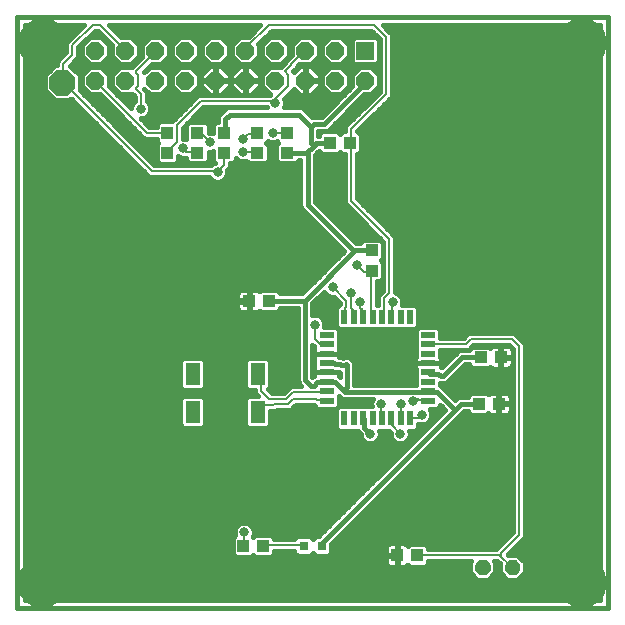
<source format=gtl>
G75*
%MOIN*%
%OFA0B0*%
%FSLAX25Y25*%
%IPPOS*%
%LPD*%
%AMOC8*
5,1,8,0,0,1.08239X$1,22.5*
%
%ADD10C,0.01600*%
%ADD11R,0.03937X0.04331*%
%ADD12R,0.04331X0.03937*%
%ADD13R,0.05118X0.07480*%
%ADD14R,0.03150X0.03150*%
%ADD15R,0.06000X0.06000*%
%ADD16OC8,0.06000*%
%ADD17R,0.05000X0.02200*%
%ADD18R,0.02200X0.05000*%
%ADD19C,0.01040*%
%ADD20OC8,0.08500*%
%ADD21C,0.16598*%
%ADD22C,0.03169*%
%ADD23C,0.00800*%
D10*
X0001800Y0005476D02*
X0198650Y0005476D01*
X0198650Y0202327D01*
X0001800Y0202327D01*
X0001800Y0005476D01*
X0004400Y0008076D02*
X0004400Y0199727D01*
X0024022Y0199727D01*
X0019372Y0195076D01*
X0018200Y0193905D01*
X0018200Y0190705D01*
X0016172Y0188676D01*
X0015000Y0187505D01*
X0015000Y0186326D01*
X0014377Y0186326D01*
X0010950Y0182899D01*
X0010950Y0178053D01*
X0014377Y0174626D01*
X0019223Y0174626D01*
X0019722Y0175125D01*
X0045772Y0149076D01*
X0065816Y0149076D01*
X0065901Y0148873D01*
X0066796Y0147977D01*
X0067967Y0147492D01*
X0069233Y0147492D01*
X0070404Y0147977D01*
X0071299Y0148873D01*
X0071784Y0150043D01*
X0071784Y0151310D01*
X0071748Y0151396D01*
X0072600Y0152248D01*
X0072600Y0153561D01*
X0073604Y0153561D01*
X0074542Y0154499D01*
X0074542Y0155431D01*
X0075196Y0154777D01*
X0076367Y0154292D01*
X0077633Y0154292D01*
X0078063Y0154470D01*
X0078972Y0153561D01*
X0084628Y0153561D01*
X0085565Y0154499D01*
X0085565Y0159761D01*
X0084850Y0160476D01*
X0085447Y0161073D01*
X0086367Y0160692D01*
X0087633Y0160692D01*
X0088270Y0160956D01*
X0088750Y0160476D01*
X0088035Y0159761D01*
X0088035Y0154499D01*
X0088972Y0153561D01*
X0094628Y0153561D01*
X0095565Y0154499D01*
X0095565Y0154676D01*
X0096200Y0154676D01*
X0096200Y0139399D01*
X0096565Y0138517D01*
X0097241Y0137842D01*
X0110806Y0124276D01*
X0096806Y0110276D01*
X0089534Y0110276D01*
X0089534Y0110346D01*
X0088597Y0111283D01*
X0082941Y0111283D01*
X0082564Y0110906D01*
X0082346Y0111123D01*
X0081936Y0111360D01*
X0081478Y0111483D01*
X0079260Y0111483D01*
X0079260Y0107899D01*
X0078892Y0107899D01*
X0078892Y0111483D01*
X0076674Y0111483D01*
X0076216Y0111360D01*
X0075805Y0111123D01*
X0075470Y0110788D01*
X0075233Y0110378D01*
X0075110Y0109920D01*
X0075110Y0107899D01*
X0078892Y0107899D01*
X0078892Y0107530D01*
X0079260Y0107530D01*
X0079260Y0103946D01*
X0081478Y0103946D01*
X0081936Y0104069D01*
X0082346Y0104306D01*
X0082564Y0104523D01*
X0082941Y0104146D01*
X0088597Y0104146D01*
X0089534Y0105083D01*
X0089534Y0105476D01*
X0095400Y0105476D01*
X0095400Y0080999D01*
X0095765Y0080117D01*
X0096406Y0079476D01*
X0092972Y0079476D01*
X0090572Y0077076D01*
X0086628Y0077076D01*
X0085430Y0078274D01*
X0086078Y0078922D01*
X0086078Y0087728D01*
X0085140Y0088665D01*
X0078697Y0088665D01*
X0077759Y0087728D01*
X0077759Y0078922D01*
X0078697Y0077984D01*
X0081000Y0077984D01*
X0081000Y0077048D01*
X0081981Y0076066D01*
X0078697Y0076066D01*
X0077759Y0075129D01*
X0077759Y0066323D01*
X0078697Y0065386D01*
X0085140Y0065386D01*
X0086078Y0066323D01*
X0086078Y0071076D01*
X0087828Y0071076D01*
X0088228Y0071476D01*
X0093028Y0071476D01*
X0094200Y0072648D01*
X0094628Y0073076D01*
X0100572Y0073076D01*
X0100800Y0072848D01*
X0100800Y0072690D01*
X0101737Y0071753D01*
X0108063Y0071753D01*
X0109000Y0072690D01*
X0109000Y0076082D01*
X0109641Y0075442D01*
X0110523Y0075076D01*
X0120216Y0075076D01*
X0119816Y0074110D01*
X0119816Y0072843D01*
X0119885Y0072676D01*
X0109014Y0072676D01*
X0108076Y0071739D01*
X0108076Y0065414D01*
X0109014Y0064476D01*
X0115216Y0064476D01*
X0115365Y0064117D01*
X0116216Y0063266D01*
X0116216Y0062843D01*
X0116701Y0061673D01*
X0117596Y0060777D01*
X0118767Y0060292D01*
X0120033Y0060292D01*
X0121204Y0060777D01*
X0122099Y0061673D01*
X0122584Y0062843D01*
X0122584Y0064110D01*
X0122432Y0064476D01*
X0125572Y0064476D01*
X0126216Y0063832D01*
X0126216Y0062843D01*
X0126701Y0061673D01*
X0127596Y0060777D01*
X0128767Y0060292D01*
X0130033Y0060292D01*
X0131204Y0060777D01*
X0132099Y0061673D01*
X0132584Y0062843D01*
X0132584Y0064110D01*
X0132432Y0064476D01*
X0134586Y0064476D01*
X0135524Y0065414D01*
X0135524Y0066676D01*
X0136228Y0066676D01*
X0136244Y0066692D01*
X0137233Y0066692D01*
X0138404Y0067177D01*
X0139299Y0068073D01*
X0139784Y0069243D01*
X0139784Y0070510D01*
X0139299Y0071680D01*
X0139227Y0071753D01*
X0141863Y0071753D01*
X0142800Y0072690D01*
X0142800Y0073082D01*
X0144406Y0071476D01*
X0102152Y0029222D01*
X0100999Y0029222D01*
X0100284Y0028507D01*
X0099569Y0029222D01*
X0095094Y0029222D01*
X0094157Y0028285D01*
X0094157Y0028276D01*
X0087369Y0028276D01*
X0087369Y0028875D01*
X0086432Y0029812D01*
X0081169Y0029812D01*
X0080454Y0029097D01*
X0080269Y0029282D01*
X0080584Y0030043D01*
X0080584Y0031310D01*
X0080099Y0032480D01*
X0079204Y0033376D01*
X0078033Y0033860D01*
X0076767Y0033860D01*
X0075596Y0033376D01*
X0074701Y0032480D01*
X0074216Y0031310D01*
X0074216Y0030043D01*
X0074360Y0029696D01*
X0073539Y0028875D01*
X0073539Y0023219D01*
X0074476Y0022282D01*
X0079739Y0022282D01*
X0080454Y0022997D01*
X0081169Y0022282D01*
X0086432Y0022282D01*
X0087369Y0023219D01*
X0087369Y0024276D01*
X0094157Y0024276D01*
X0094157Y0023810D01*
X0095094Y0022872D01*
X0099569Y0022872D01*
X0100284Y0023588D01*
X0100999Y0022872D01*
X0105475Y0022872D01*
X0106412Y0023810D01*
X0106412Y0026694D01*
X0149159Y0069442D01*
X0149835Y0070117D01*
X0150794Y0071076D01*
X0151891Y0071076D01*
X0151891Y0070793D01*
X0152828Y0069855D01*
X0158484Y0069855D01*
X0158861Y0070232D01*
X0159078Y0070015D01*
X0159489Y0069778D01*
X0159946Y0069655D01*
X0162164Y0069655D01*
X0162164Y0073240D01*
X0162533Y0073240D01*
X0162533Y0073608D01*
X0166314Y0073608D01*
X0166314Y0075629D01*
X0166191Y0076087D01*
X0165954Y0076498D01*
X0165619Y0076833D01*
X0165209Y0077070D01*
X0164751Y0077192D01*
X0162533Y0077192D01*
X0162533Y0073608D01*
X0162164Y0073608D01*
X0162164Y0077192D01*
X0159946Y0077192D01*
X0159489Y0077070D01*
X0159078Y0076833D01*
X0158861Y0076615D01*
X0158484Y0076992D01*
X0152828Y0076992D01*
X0151891Y0076055D01*
X0151891Y0075876D01*
X0149323Y0075876D01*
X0148441Y0075511D01*
X0147800Y0074870D01*
X0143159Y0079511D01*
X0142800Y0079660D01*
X0142800Y0080276D01*
X0144277Y0080276D01*
X0145159Y0080642D01*
X0145835Y0081317D01*
X0151194Y0086676D01*
X0152483Y0086676D01*
X0152483Y0086270D01*
X0153421Y0085333D01*
X0159077Y0085333D01*
X0159454Y0085710D01*
X0159671Y0085493D01*
X0160082Y0085256D01*
X0160539Y0085133D01*
X0162757Y0085133D01*
X0162757Y0088717D01*
X0163126Y0088717D01*
X0163126Y0085133D01*
X0165344Y0085133D01*
X0165802Y0085256D01*
X0166212Y0085493D01*
X0166547Y0085828D01*
X0166784Y0086238D01*
X0166907Y0086696D01*
X0166907Y0088717D01*
X0163126Y0088717D01*
X0163126Y0089086D01*
X0162757Y0089086D01*
X0162757Y0092670D01*
X0160539Y0092670D01*
X0160082Y0092547D01*
X0159671Y0092310D01*
X0159454Y0092093D01*
X0159077Y0092470D01*
X0153421Y0092470D01*
X0152483Y0091533D01*
X0152483Y0091476D01*
X0149723Y0091476D01*
X0148841Y0091111D01*
X0143334Y0085604D01*
X0143000Y0085743D01*
X0143000Y0087051D01*
X0138700Y0087051D01*
X0138700Y0087051D01*
X0134400Y0087051D01*
X0134400Y0085714D01*
X0134523Y0085256D01*
X0134600Y0085122D01*
X0134600Y0079876D01*
X0114200Y0079876D01*
X0114200Y0086754D01*
X0113835Y0087636D01*
X0113159Y0088311D01*
X0112759Y0088711D01*
X0111877Y0089076D01*
X0110923Y0089076D01*
X0110400Y0088860D01*
X0109877Y0089076D01*
X0109200Y0089076D01*
X0109200Y0090201D01*
X0109200Y0091538D01*
X0109077Y0091995D01*
X0109000Y0092129D01*
X0109000Y0098263D01*
X0108063Y0099200D01*
X0104166Y0099200D01*
X0104184Y0099243D01*
X0104184Y0100510D01*
X0103699Y0101680D01*
X0102804Y0102576D01*
X0101633Y0103060D01*
X0100367Y0103060D01*
X0100200Y0102991D01*
X0100200Y0106882D01*
X0104151Y0110833D01*
X0104301Y0110473D01*
X0105196Y0109577D01*
X0106367Y0109092D01*
X0107356Y0109092D01*
X0109400Y0107048D01*
X0109400Y0106705D01*
X0109172Y0106476D01*
X0109014Y0106476D01*
X0108076Y0105539D01*
X0108076Y0099214D01*
X0109014Y0098276D01*
X0134586Y0098276D01*
X0135524Y0099214D01*
X0135524Y0105539D01*
X0134586Y0106476D01*
X0130032Y0106476D01*
X0130184Y0106843D01*
X0130184Y0108110D01*
X0129699Y0109280D01*
X0128804Y0110176D01*
X0127800Y0110591D01*
X0127800Y0129105D01*
X0126628Y0130276D01*
X0115000Y0141905D01*
X0115000Y0156711D01*
X0115278Y0156711D01*
X0116215Y0157648D01*
X0116215Y0163304D01*
X0115278Y0164242D01*
X0115000Y0164242D01*
X0115000Y0164248D01*
X0126600Y0175848D01*
X0126600Y0196705D01*
X0125428Y0197876D01*
X0123578Y0199727D01*
X0196050Y0199727D01*
X0196050Y0008076D01*
X0004400Y0008076D01*
X0004400Y0008673D02*
X0196050Y0008673D01*
X0196050Y0010272D02*
X0004400Y0010272D01*
X0004400Y0011870D02*
X0196050Y0011870D01*
X0196050Y0013469D02*
X0004400Y0013469D01*
X0004400Y0015067D02*
X0154804Y0015067D01*
X0155111Y0014761D02*
X0158590Y0014761D01*
X0161050Y0017221D01*
X0161050Y0020700D01*
X0160674Y0021076D01*
X0161772Y0021076D01*
X0161972Y0020876D01*
X0162550Y0020298D01*
X0162550Y0017221D01*
X0165010Y0014761D01*
X0168489Y0014761D01*
X0170950Y0017221D01*
X0170950Y0020700D01*
X0168489Y0023160D01*
X0165344Y0023160D01*
X0165228Y0023276D01*
X0171000Y0029048D01*
X0171000Y0093505D01*
X0169828Y0094676D01*
X0167428Y0097076D01*
X0152172Y0097076D01*
X0151000Y0095905D01*
X0150572Y0095476D01*
X0142800Y0095476D01*
X0142800Y0098263D01*
X0141863Y0099200D01*
X0135537Y0099200D01*
X0134600Y0098263D01*
X0134600Y0088980D01*
X0134523Y0088846D01*
X0134400Y0088388D01*
X0134400Y0087051D01*
X0138700Y0087051D01*
X0138700Y0087051D01*
X0143000Y0087051D01*
X0143000Y0088388D01*
X0142877Y0088846D01*
X0142800Y0088980D01*
X0142800Y0091476D01*
X0152228Y0091476D01*
X0153828Y0093076D01*
X0165772Y0093076D01*
X0167000Y0091848D01*
X0167000Y0030705D01*
X0161372Y0025076D01*
X0138715Y0025076D01*
X0138715Y0025804D01*
X0137778Y0026742D01*
X0132515Y0026742D01*
X0131920Y0026147D01*
X0131862Y0026247D01*
X0131527Y0026582D01*
X0131117Y0026819D01*
X0130659Y0026942D01*
X0128638Y0026942D01*
X0128638Y0023161D01*
X0128269Y0023161D01*
X0128269Y0026942D01*
X0126248Y0026942D01*
X0125790Y0026819D01*
X0125380Y0026582D01*
X0125045Y0026247D01*
X0124808Y0025836D01*
X0124685Y0025379D01*
X0124685Y0023161D01*
X0128269Y0023161D01*
X0128269Y0022792D01*
X0124685Y0022792D01*
X0124685Y0020574D01*
X0124808Y0020116D01*
X0125045Y0019706D01*
X0125380Y0019371D01*
X0125790Y0019134D01*
X0126248Y0019011D01*
X0128269Y0019011D01*
X0128269Y0022792D01*
X0128638Y0022792D01*
X0128638Y0019011D01*
X0130659Y0019011D01*
X0131117Y0019134D01*
X0131527Y0019371D01*
X0131862Y0019706D01*
X0131920Y0019806D01*
X0132515Y0019211D01*
X0137778Y0019211D01*
X0138715Y0020148D01*
X0138715Y0021076D01*
X0153026Y0021076D01*
X0152650Y0020700D01*
X0152650Y0017221D01*
X0155111Y0014761D01*
X0153205Y0016666D02*
X0004400Y0016666D01*
X0004400Y0018264D02*
X0152650Y0018264D01*
X0152650Y0019863D02*
X0138430Y0019863D01*
X0138262Y0026257D02*
X0162552Y0026257D01*
X0164151Y0027855D02*
X0107573Y0027855D01*
X0106412Y0026257D02*
X0125055Y0026257D01*
X0124685Y0024658D02*
X0106412Y0024658D01*
X0105662Y0023060D02*
X0128269Y0023060D01*
X0128269Y0024658D02*
X0128638Y0024658D01*
X0128638Y0026257D02*
X0128269Y0026257D01*
X0131852Y0026257D02*
X0132031Y0026257D01*
X0128638Y0021461D02*
X0128269Y0021461D01*
X0128269Y0019863D02*
X0128638Y0019863D01*
X0124954Y0019863D02*
X0004400Y0019863D01*
X0004400Y0021461D02*
X0124685Y0021461D01*
X0112369Y0032651D02*
X0167000Y0032651D01*
X0167000Y0034249D02*
X0113967Y0034249D01*
X0115566Y0035848D02*
X0167000Y0035848D01*
X0167000Y0037446D02*
X0117164Y0037446D01*
X0118763Y0039045D02*
X0167000Y0039045D01*
X0167000Y0040644D02*
X0120361Y0040644D01*
X0121960Y0042242D02*
X0167000Y0042242D01*
X0167000Y0043841D02*
X0123558Y0043841D01*
X0125157Y0045439D02*
X0167000Y0045439D01*
X0167000Y0047038D02*
X0126755Y0047038D01*
X0128354Y0048636D02*
X0167000Y0048636D01*
X0167000Y0050235D02*
X0129952Y0050235D01*
X0131551Y0051833D02*
X0167000Y0051833D01*
X0167000Y0053432D02*
X0133149Y0053432D01*
X0134748Y0055030D02*
X0167000Y0055030D01*
X0167000Y0056629D02*
X0136346Y0056629D01*
X0137945Y0058227D02*
X0167000Y0058227D01*
X0167000Y0059826D02*
X0139543Y0059826D01*
X0141142Y0061424D02*
X0167000Y0061424D01*
X0167000Y0063023D02*
X0142741Y0063023D01*
X0144339Y0064621D02*
X0167000Y0064621D01*
X0167000Y0066220D02*
X0145938Y0066220D01*
X0147536Y0067818D02*
X0167000Y0067818D01*
X0167000Y0069417D02*
X0149135Y0069417D01*
X0150733Y0071015D02*
X0151891Y0071015D01*
X0149800Y0073476D02*
X0155400Y0073476D01*
X0155656Y0073424D01*
X0149800Y0073476D02*
X0147800Y0071476D01*
X0141800Y0077476D01*
X0139000Y0077476D01*
X0138700Y0077602D01*
X0138200Y0077476D01*
X0111000Y0077476D01*
X0110600Y0077876D01*
X0111800Y0079076D01*
X0111800Y0086276D01*
X0111400Y0086676D01*
X0111000Y0086276D01*
X0109800Y0086276D01*
X0109400Y0086676D01*
X0107800Y0086676D01*
X0107400Y0087076D01*
X0105000Y0087076D01*
X0104900Y0087051D01*
X0104900Y0083902D02*
X0104900Y0083901D01*
X0100600Y0083901D01*
X0100600Y0082777D01*
X0100441Y0082711D01*
X0100200Y0082470D01*
X0100200Y0082470D01*
X0100200Y0093048D01*
X0100600Y0092648D01*
X0100800Y0092448D01*
X0100800Y0092129D01*
X0100723Y0091995D01*
X0100600Y0091538D01*
X0100600Y0090201D01*
X0104900Y0090201D01*
X0104900Y0090201D01*
X0109200Y0090201D01*
X0104900Y0090201D01*
X0104900Y0090201D01*
X0100600Y0090201D01*
X0100600Y0088864D01*
X0100723Y0088406D01*
X0100800Y0088272D01*
X0100800Y0085830D01*
X0100723Y0085696D01*
X0100600Y0085238D01*
X0100600Y0083902D01*
X0104900Y0083902D01*
X0109200Y0083902D01*
X0109200Y0083927D01*
X0109323Y0083876D01*
X0109400Y0083876D01*
X0109400Y0082470D01*
X0109200Y0082670D01*
X0109200Y0083901D01*
X0104900Y0083901D01*
X0104900Y0083902D01*
X0104900Y0080752D02*
X0104200Y0080676D01*
X0101800Y0080676D01*
X0100600Y0079476D01*
X0099800Y0079476D01*
X0097800Y0081476D01*
X0097800Y0107876D01*
X0114200Y0124276D01*
X0098600Y0139876D01*
X0098600Y0156676D01*
X0098200Y0157076D01*
X0100600Y0159476D01*
X0099800Y0160276D01*
X0099800Y0165876D01*
X0100600Y0166676D01*
X0104200Y0166676D01*
X0117800Y0180276D01*
X0117800Y0181076D01*
X0117863Y0181205D01*
X0121063Y0184510D02*
X0122600Y0184510D01*
X0122463Y0183110D02*
X0119768Y0185805D01*
X0115958Y0185805D01*
X0113263Y0183110D01*
X0113263Y0179299D01*
X0113346Y0179216D01*
X0103206Y0169076D01*
X0100123Y0169076D01*
X0100032Y0169039D01*
X0097159Y0171911D01*
X0096277Y0172276D01*
X0090584Y0172276D01*
X0090984Y0173243D01*
X0090984Y0174510D01*
X0090714Y0175162D01*
X0093028Y0177476D01*
X0093916Y0178364D01*
X0095875Y0176405D01*
X0097663Y0176405D01*
X0097663Y0181005D01*
X0098063Y0181005D01*
X0098063Y0181405D01*
X0097663Y0181405D01*
X0097663Y0186005D01*
X0095875Y0186005D01*
X0093987Y0184117D01*
X0093828Y0184276D01*
X0093828Y0184276D01*
X0095000Y0185448D01*
X0095000Y0185848D01*
X0095857Y0186705D01*
X0095958Y0186605D01*
X0099768Y0186605D01*
X0102463Y0189299D01*
X0102463Y0193110D01*
X0099768Y0195805D01*
X0095958Y0195805D01*
X0093263Y0193110D01*
X0093263Y0189768D01*
X0091000Y0187505D01*
X0091000Y0187105D01*
X0089700Y0185805D01*
X0085958Y0185805D01*
X0083263Y0183110D01*
X0083263Y0179299D01*
X0085958Y0176605D01*
X0086066Y0176605D01*
X0085996Y0176576D01*
X0085697Y0176276D01*
X0062172Y0176276D01*
X0053483Y0167588D01*
X0049169Y0167588D01*
X0048231Y0166651D01*
X0048231Y0165876D01*
X0045828Y0165876D01*
X0043013Y0168692D01*
X0043633Y0168692D01*
X0044804Y0169177D01*
X0045699Y0170073D01*
X0046184Y0171243D01*
X0046184Y0172510D01*
X0045699Y0173680D01*
X0045000Y0174379D01*
X0045000Y0177505D01*
X0044028Y0178476D01*
X0044057Y0178505D01*
X0045958Y0176605D01*
X0049768Y0176605D01*
X0052463Y0179299D01*
X0052463Y0183110D01*
X0049768Y0185805D01*
X0045958Y0185805D01*
X0044129Y0183976D01*
X0044028Y0184076D01*
X0046557Y0186605D01*
X0049768Y0186605D01*
X0052463Y0189299D01*
X0052463Y0193110D01*
X0049768Y0195805D01*
X0045958Y0195805D01*
X0043263Y0193110D01*
X0043263Y0189299D01*
X0043429Y0189133D01*
X0039934Y0185639D01*
X0039768Y0185805D01*
X0035958Y0185805D01*
X0033263Y0183110D01*
X0033263Y0179299D01*
X0035958Y0176605D01*
X0039768Y0176605D01*
X0040006Y0176842D01*
X0040572Y0176276D01*
X0041000Y0175848D01*
X0041000Y0174379D01*
X0040301Y0173680D01*
X0039816Y0172510D01*
X0039816Y0171889D01*
X0032434Y0179270D01*
X0032463Y0179299D01*
X0032463Y0183110D01*
X0029768Y0185805D01*
X0025958Y0185805D01*
X0023263Y0183110D01*
X0023263Y0179299D01*
X0025958Y0176605D01*
X0029443Y0176605D01*
X0044172Y0161876D01*
X0048231Y0161876D01*
X0048231Y0160995D01*
X0048750Y0160476D01*
X0048231Y0159958D01*
X0048231Y0154302D01*
X0049169Y0153364D01*
X0054431Y0153364D01*
X0055368Y0154302D01*
X0055368Y0155905D01*
X0056367Y0155492D01*
X0057356Y0155492D01*
X0057372Y0155476D01*
X0058035Y0155476D01*
X0058035Y0154499D01*
X0058972Y0153561D01*
X0064628Y0153561D01*
X0065565Y0154499D01*
X0065565Y0157493D01*
X0065567Y0157492D01*
X0066833Y0157492D01*
X0067011Y0157566D01*
X0067011Y0154499D01*
X0067742Y0153767D01*
X0066796Y0153376D01*
X0066497Y0153076D01*
X0047428Y0153076D01*
X0022551Y0177954D01*
X0022650Y0178053D01*
X0022650Y0182899D01*
X0019351Y0186199D01*
X0022200Y0189048D01*
X0022200Y0192248D01*
X0027828Y0197876D01*
X0028572Y0197876D01*
X0033300Y0193147D01*
X0033263Y0193110D01*
X0033263Y0189299D01*
X0035958Y0186605D01*
X0039768Y0186605D01*
X0042463Y0189299D01*
X0042463Y0193110D01*
X0039768Y0195805D01*
X0036300Y0195805D01*
X0032378Y0199727D01*
X0082822Y0199727D01*
X0078900Y0195805D01*
X0075958Y0195805D01*
X0073263Y0193110D01*
X0073263Y0189299D01*
X0075958Y0186605D01*
X0079768Y0186605D01*
X0082463Y0189299D01*
X0082463Y0193110D01*
X0082163Y0193410D01*
X0086628Y0197876D01*
X0119772Y0197876D01*
X0122600Y0195048D01*
X0122600Y0177505D01*
X0112172Y0167076D01*
X0111000Y0165905D01*
X0111000Y0164242D01*
X0110015Y0164242D01*
X0109300Y0163526D01*
X0108585Y0164242D01*
X0103322Y0164242D01*
X0102385Y0163304D01*
X0102385Y0162676D01*
X0102200Y0162676D01*
X0102200Y0164276D01*
X0104677Y0164276D01*
X0105559Y0164642D01*
X0106235Y0165317D01*
X0117522Y0176605D01*
X0119768Y0176605D01*
X0122463Y0179299D01*
X0122463Y0183110D01*
X0122463Y0182911D02*
X0122600Y0182911D01*
X0122600Y0181312D02*
X0122463Y0181312D01*
X0122463Y0179714D02*
X0122600Y0179714D01*
X0122600Y0178115D02*
X0121279Y0178115D01*
X0121612Y0176517D02*
X0117435Y0176517D01*
X0115836Y0174918D02*
X0120014Y0174918D01*
X0118415Y0173320D02*
X0114238Y0173320D01*
X0112639Y0171721D02*
X0116817Y0171721D01*
X0115218Y0170123D02*
X0111041Y0170123D01*
X0109442Y0168524D02*
X0113620Y0168524D01*
X0112021Y0166926D02*
X0107844Y0166926D01*
X0106245Y0165327D02*
X0111000Y0165327D01*
X0109502Y0163729D02*
X0109098Y0163729D01*
X0105954Y0160476D02*
X0105800Y0160276D01*
X0101400Y0160276D01*
X0100600Y0159476D01*
X0102385Y0157867D02*
X0101959Y0157442D01*
X0101959Y0157442D01*
X0101000Y0156482D01*
X0101000Y0140870D01*
X0114794Y0127076D01*
X0116169Y0127076D01*
X0116169Y0127191D01*
X0117106Y0128128D01*
X0122762Y0128128D01*
X0123699Y0127191D01*
X0123699Y0121928D01*
X0122984Y0121213D01*
X0123699Y0120498D01*
X0123699Y0115235D01*
X0122762Y0114298D01*
X0121800Y0114298D01*
X0121800Y0106476D01*
X0122200Y0106476D01*
X0122200Y0109505D01*
X0123372Y0110676D01*
X0123800Y0111105D01*
X0123800Y0127448D01*
X0111000Y0140248D01*
X0111000Y0156711D01*
X0110015Y0156711D01*
X0109300Y0157426D01*
X0108585Y0156711D01*
X0103322Y0156711D01*
X0102385Y0157648D01*
X0102385Y0157867D01*
X0102698Y0157335D02*
X0101853Y0157335D01*
X0101000Y0155736D02*
X0111000Y0155736D01*
X0111000Y0154138D02*
X0101000Y0154138D01*
X0101000Y0152539D02*
X0111000Y0152539D01*
X0111000Y0150941D02*
X0101000Y0150941D01*
X0101000Y0149342D02*
X0111000Y0149342D01*
X0111000Y0147744D02*
X0101000Y0147744D01*
X0101000Y0146145D02*
X0111000Y0146145D01*
X0111000Y0144547D02*
X0101000Y0144547D01*
X0101000Y0142948D02*
X0111000Y0142948D01*
X0111000Y0141350D02*
X0101000Y0141350D01*
X0102119Y0139751D02*
X0111497Y0139751D01*
X0113095Y0138153D02*
X0103718Y0138153D01*
X0105316Y0136554D02*
X0114694Y0136554D01*
X0116292Y0134956D02*
X0106915Y0134956D01*
X0108513Y0133357D02*
X0117891Y0133357D01*
X0119489Y0131759D02*
X0110112Y0131759D01*
X0111710Y0130160D02*
X0121088Y0130160D01*
X0122686Y0128562D02*
X0113309Y0128562D01*
X0114600Y0124676D02*
X0119800Y0124676D01*
X0119934Y0124559D01*
X0123699Y0123766D02*
X0123800Y0123766D01*
X0123800Y0122168D02*
X0123699Y0122168D01*
X0123628Y0120569D02*
X0123800Y0120569D01*
X0123800Y0118971D02*
X0123699Y0118971D01*
X0123699Y0117372D02*
X0123800Y0117372D01*
X0123800Y0115774D02*
X0123699Y0115774D01*
X0123800Y0114175D02*
X0121800Y0114175D01*
X0121800Y0112577D02*
X0123800Y0112577D01*
X0123673Y0110978D02*
X0121800Y0110978D01*
X0121800Y0109379D02*
X0122200Y0109379D01*
X0122200Y0107781D02*
X0121800Y0107781D01*
X0127800Y0110978D02*
X0196050Y0110978D01*
X0196050Y0109379D02*
X0129600Y0109379D01*
X0130184Y0107781D02*
X0196050Y0107781D01*
X0196050Y0106182D02*
X0134880Y0106182D01*
X0135524Y0104584D02*
X0196050Y0104584D01*
X0196050Y0102985D02*
X0135524Y0102985D01*
X0135524Y0101387D02*
X0196050Y0101387D01*
X0196050Y0099788D02*
X0135524Y0099788D01*
X0134600Y0098190D02*
X0109000Y0098190D01*
X0109000Y0096591D02*
X0134600Y0096591D01*
X0134600Y0094993D02*
X0109000Y0094993D01*
X0109000Y0093394D02*
X0134600Y0093394D01*
X0134600Y0091796D02*
X0109131Y0091796D01*
X0109200Y0090197D02*
X0134600Y0090197D01*
X0134456Y0088599D02*
X0112872Y0088599D01*
X0114098Y0087000D02*
X0134400Y0087000D01*
X0134484Y0085402D02*
X0114200Y0085402D01*
X0114200Y0083803D02*
X0134600Y0083803D01*
X0134600Y0082205D02*
X0114200Y0082205D01*
X0114200Y0080606D02*
X0134600Y0080606D01*
X0138700Y0083901D02*
X0139000Y0083876D01*
X0139400Y0083476D01*
X0142200Y0083476D01*
X0143000Y0082676D01*
X0143800Y0082676D01*
X0150200Y0089076D01*
X0156200Y0089076D01*
X0156249Y0088901D01*
X0152747Y0091796D02*
X0152548Y0091796D01*
X0151687Y0096591D02*
X0142800Y0096591D01*
X0142800Y0098190D02*
X0196050Y0098190D01*
X0196050Y0096591D02*
X0167913Y0096591D01*
X0169512Y0094993D02*
X0196050Y0094993D01*
X0196050Y0093394D02*
X0171000Y0093394D01*
X0171000Y0091796D02*
X0196050Y0091796D01*
X0196050Y0090197D02*
X0171000Y0090197D01*
X0171000Y0088599D02*
X0196050Y0088599D01*
X0196050Y0087000D02*
X0171000Y0087000D01*
X0171000Y0085402D02*
X0196050Y0085402D01*
X0196050Y0083803D02*
X0171000Y0083803D01*
X0171000Y0082205D02*
X0196050Y0082205D01*
X0196050Y0080606D02*
X0171000Y0080606D01*
X0171000Y0079008D02*
X0196050Y0079008D01*
X0196050Y0077409D02*
X0171000Y0077409D01*
X0171000Y0075811D02*
X0196050Y0075811D01*
X0196050Y0074212D02*
X0171000Y0074212D01*
X0171000Y0072614D02*
X0196050Y0072614D01*
X0196050Y0071015D02*
X0171000Y0071015D01*
X0171000Y0069417D02*
X0196050Y0069417D01*
X0196050Y0067818D02*
X0171000Y0067818D01*
X0171000Y0066220D02*
X0196050Y0066220D01*
X0196050Y0064621D02*
X0171000Y0064621D01*
X0171000Y0063023D02*
X0196050Y0063023D01*
X0196050Y0061424D02*
X0171000Y0061424D01*
X0171000Y0059826D02*
X0196050Y0059826D01*
X0196050Y0058227D02*
X0171000Y0058227D01*
X0171000Y0056629D02*
X0196050Y0056629D01*
X0196050Y0055030D02*
X0171000Y0055030D01*
X0171000Y0053432D02*
X0196050Y0053432D01*
X0196050Y0051833D02*
X0171000Y0051833D01*
X0171000Y0050235D02*
X0196050Y0050235D01*
X0196050Y0048636D02*
X0171000Y0048636D01*
X0171000Y0047038D02*
X0196050Y0047038D01*
X0196050Y0045439D02*
X0171000Y0045439D01*
X0171000Y0043841D02*
X0196050Y0043841D01*
X0196050Y0042242D02*
X0171000Y0042242D01*
X0171000Y0040644D02*
X0196050Y0040644D01*
X0196050Y0039045D02*
X0171000Y0039045D01*
X0171000Y0037446D02*
X0196050Y0037446D01*
X0196050Y0035848D02*
X0171000Y0035848D01*
X0171000Y0034249D02*
X0196050Y0034249D01*
X0196050Y0032651D02*
X0171000Y0032651D01*
X0171000Y0031052D02*
X0196050Y0031052D01*
X0196050Y0029454D02*
X0171000Y0029454D01*
X0169808Y0027855D02*
X0196050Y0027855D01*
X0196050Y0026257D02*
X0168209Y0026257D01*
X0166611Y0024658D02*
X0196050Y0024658D01*
X0196050Y0023060D02*
X0168590Y0023060D01*
X0170189Y0021461D02*
X0196050Y0021461D01*
X0196050Y0019863D02*
X0170950Y0019863D01*
X0170950Y0018264D02*
X0196050Y0018264D01*
X0196050Y0016666D02*
X0170395Y0016666D01*
X0168796Y0015067D02*
X0196050Y0015067D01*
X0167000Y0031052D02*
X0110770Y0031052D01*
X0109172Y0029454D02*
X0165749Y0029454D01*
X0162550Y0019863D02*
X0161050Y0019863D01*
X0161050Y0018264D02*
X0162550Y0018264D01*
X0163105Y0016666D02*
X0160495Y0016666D01*
X0158897Y0015067D02*
X0164703Y0015067D01*
X0126361Y0053432D02*
X0004400Y0053432D01*
X0004400Y0055030D02*
X0127960Y0055030D01*
X0129558Y0056629D02*
X0004400Y0056629D01*
X0004400Y0058227D02*
X0131157Y0058227D01*
X0132755Y0059826D02*
X0004400Y0059826D01*
X0004400Y0061424D02*
X0116949Y0061424D01*
X0116216Y0063023D02*
X0004400Y0063023D01*
X0004400Y0064621D02*
X0108869Y0064621D01*
X0108076Y0066220D02*
X0085974Y0066220D01*
X0086078Y0067818D02*
X0108076Y0067818D01*
X0108076Y0069417D02*
X0086078Y0069417D01*
X0086078Y0071015D02*
X0108076Y0071015D01*
X0108924Y0072614D02*
X0108951Y0072614D01*
X0109000Y0074212D02*
X0119858Y0074212D01*
X0117076Y0068576D02*
X0117400Y0068276D01*
X0117400Y0065476D01*
X0119400Y0063476D01*
X0121851Y0061424D02*
X0126949Y0061424D01*
X0126216Y0063023D02*
X0122584Y0063023D01*
X0131851Y0061424D02*
X0134354Y0061424D01*
X0135952Y0063023D02*
X0132584Y0063023D01*
X0134731Y0064621D02*
X0137551Y0064621D01*
X0139149Y0066220D02*
X0135524Y0066220D01*
X0139045Y0067818D02*
X0140748Y0067818D01*
X0139784Y0069417D02*
X0142346Y0069417D01*
X0143945Y0071015D02*
X0139575Y0071015D01*
X0142724Y0072614D02*
X0143268Y0072614D01*
X0147800Y0071476D02*
X0103400Y0027076D01*
X0103400Y0026276D01*
X0103237Y0026047D01*
X0100812Y0023060D02*
X0099757Y0023060D01*
X0094906Y0023060D02*
X0087210Y0023060D01*
X0086790Y0029454D02*
X0102384Y0029454D01*
X0103982Y0031052D02*
X0080584Y0031052D01*
X0080811Y0029454D02*
X0080340Y0029454D01*
X0079929Y0032651D02*
X0105581Y0032651D01*
X0107179Y0034249D02*
X0004400Y0034249D01*
X0004400Y0032651D02*
X0074871Y0032651D01*
X0074216Y0031052D02*
X0004400Y0031052D01*
X0004400Y0029454D02*
X0074118Y0029454D01*
X0073539Y0027855D02*
X0004400Y0027855D01*
X0004400Y0026257D02*
X0073539Y0026257D01*
X0073539Y0024658D02*
X0004400Y0024658D01*
X0004400Y0023060D02*
X0073698Y0023060D01*
X0108778Y0035848D02*
X0004400Y0035848D01*
X0004400Y0037446D02*
X0110376Y0037446D01*
X0111975Y0039045D02*
X0004400Y0039045D01*
X0004400Y0040644D02*
X0113573Y0040644D01*
X0115172Y0042242D02*
X0004400Y0042242D01*
X0004400Y0043841D02*
X0116770Y0043841D01*
X0118369Y0045439D02*
X0004400Y0045439D01*
X0004400Y0047038D02*
X0119967Y0047038D01*
X0121566Y0048636D02*
X0004400Y0048636D01*
X0004400Y0050235D02*
X0123164Y0050235D01*
X0124763Y0051833D02*
X0004400Y0051833D01*
X0004400Y0066220D02*
X0056210Y0066220D01*
X0056106Y0066323D02*
X0057043Y0065386D01*
X0063487Y0065386D01*
X0064424Y0066323D01*
X0064424Y0075129D01*
X0063487Y0076066D01*
X0057043Y0076066D01*
X0056106Y0075129D01*
X0056106Y0066323D01*
X0056106Y0067818D02*
X0004400Y0067818D01*
X0004400Y0069417D02*
X0056106Y0069417D01*
X0056106Y0071015D02*
X0004400Y0071015D01*
X0004400Y0072614D02*
X0056106Y0072614D01*
X0056106Y0074212D02*
X0004400Y0074212D01*
X0004400Y0075811D02*
X0056788Y0075811D01*
X0057043Y0077984D02*
X0056106Y0078922D01*
X0056106Y0087728D01*
X0057043Y0088665D01*
X0063487Y0088665D01*
X0064424Y0087728D01*
X0064424Y0078922D01*
X0063487Y0077984D01*
X0057043Y0077984D01*
X0056106Y0079008D02*
X0004400Y0079008D01*
X0004400Y0080606D02*
X0056106Y0080606D01*
X0056106Y0082205D02*
X0004400Y0082205D01*
X0004400Y0083803D02*
X0056106Y0083803D01*
X0056106Y0085402D02*
X0004400Y0085402D01*
X0004400Y0087000D02*
X0056106Y0087000D01*
X0056977Y0088599D02*
X0004400Y0088599D01*
X0004400Y0090197D02*
X0095400Y0090197D01*
X0095400Y0088599D02*
X0085206Y0088599D01*
X0086078Y0087000D02*
X0095400Y0087000D01*
X0095400Y0085402D02*
X0086078Y0085402D01*
X0086078Y0083803D02*
X0095400Y0083803D01*
X0095400Y0082205D02*
X0086078Y0082205D01*
X0086078Y0080606D02*
X0095563Y0080606D01*
X0092503Y0079008D02*
X0086078Y0079008D01*
X0086295Y0077409D02*
X0090905Y0077409D01*
X0094166Y0072614D02*
X0100876Y0072614D01*
X0109000Y0075811D02*
X0109271Y0075811D01*
X0110600Y0077876D02*
X0107800Y0080676D01*
X0105000Y0080676D01*
X0104900Y0080752D01*
X0109200Y0083803D02*
X0109400Y0083803D01*
X0100600Y0083803D02*
X0100200Y0083803D01*
X0100200Y0085402D02*
X0100644Y0085402D01*
X0100800Y0087000D02*
X0100200Y0087000D01*
X0100200Y0088599D02*
X0100671Y0088599D01*
X0100600Y0090197D02*
X0100200Y0090197D01*
X0100200Y0091796D02*
X0100669Y0091796D01*
X0095400Y0091796D02*
X0004400Y0091796D01*
X0004400Y0093394D02*
X0095400Y0093394D01*
X0095400Y0094993D02*
X0004400Y0094993D01*
X0004400Y0096591D02*
X0095400Y0096591D01*
X0095400Y0098190D02*
X0004400Y0098190D01*
X0004400Y0099788D02*
X0095400Y0099788D01*
X0095400Y0101387D02*
X0004400Y0101387D01*
X0004400Y0102985D02*
X0095400Y0102985D01*
X0095400Y0104584D02*
X0089035Y0104584D01*
X0085769Y0107715D02*
X0085800Y0107876D01*
X0097800Y0107876D01*
X0100200Y0106182D02*
X0108720Y0106182D01*
X0108667Y0107781D02*
X0101099Y0107781D01*
X0102697Y0109379D02*
X0105673Y0109379D01*
X0108076Y0104584D02*
X0100200Y0104584D01*
X0101815Y0102985D02*
X0108076Y0102985D01*
X0108076Y0101387D02*
X0103821Y0101387D01*
X0104184Y0099788D02*
X0108076Y0099788D01*
X0097508Y0110978D02*
X0088902Y0110978D01*
X0082636Y0110978D02*
X0082492Y0110978D01*
X0079260Y0110978D02*
X0078892Y0110978D01*
X0078892Y0109379D02*
X0079260Y0109379D01*
X0078892Y0107781D02*
X0004400Y0107781D01*
X0004400Y0109379D02*
X0075110Y0109379D01*
X0075660Y0110978D02*
X0004400Y0110978D01*
X0004400Y0112577D02*
X0099106Y0112577D01*
X0100705Y0114175D02*
X0004400Y0114175D01*
X0004400Y0115774D02*
X0102303Y0115774D01*
X0103902Y0117372D02*
X0004400Y0117372D01*
X0004400Y0118971D02*
X0105500Y0118971D01*
X0107099Y0120569D02*
X0004400Y0120569D01*
X0004400Y0122168D02*
X0108697Y0122168D01*
X0110296Y0123766D02*
X0004400Y0123766D01*
X0004400Y0125365D02*
X0109718Y0125365D01*
X0108119Y0126963D02*
X0004400Y0126963D01*
X0004400Y0128562D02*
X0106521Y0128562D01*
X0104922Y0130160D02*
X0004400Y0130160D01*
X0004400Y0131759D02*
X0103323Y0131759D01*
X0101725Y0133357D02*
X0004400Y0133357D01*
X0004400Y0134956D02*
X0100126Y0134956D01*
X0098528Y0136554D02*
X0004400Y0136554D01*
X0004400Y0138153D02*
X0096929Y0138153D01*
X0096200Y0139751D02*
X0004400Y0139751D01*
X0004400Y0141350D02*
X0096200Y0141350D01*
X0096200Y0142948D02*
X0004400Y0142948D01*
X0004400Y0144547D02*
X0096200Y0144547D01*
X0096200Y0146145D02*
X0004400Y0146145D01*
X0004400Y0147744D02*
X0067359Y0147744D01*
X0069841Y0147744D02*
X0096200Y0147744D01*
X0096200Y0149342D02*
X0071494Y0149342D01*
X0071784Y0150941D02*
X0096200Y0150941D01*
X0096200Y0152539D02*
X0072600Y0152539D01*
X0074181Y0154138D02*
X0078395Y0154138D01*
X0085205Y0154138D02*
X0088395Y0154138D01*
X0088035Y0155736D02*
X0085565Y0155736D01*
X0085565Y0157335D02*
X0088035Y0157335D01*
X0088035Y0158933D02*
X0085565Y0158933D01*
X0084906Y0160532D02*
X0088694Y0160532D01*
X0091800Y0157130D02*
X0091800Y0157076D01*
X0098200Y0157076D01*
X0096200Y0154138D02*
X0095205Y0154138D01*
X0102200Y0163729D02*
X0102810Y0163729D01*
X0099800Y0165876D02*
X0095800Y0169876D01*
X0072600Y0169876D01*
X0071000Y0168276D01*
X0071000Y0163876D01*
X0070776Y0163823D01*
X0067011Y0163787D02*
X0066833Y0163860D01*
X0065844Y0163860D01*
X0065565Y0164139D01*
X0065565Y0166454D01*
X0064628Y0167391D01*
X0058972Y0167391D01*
X0058035Y0166454D01*
X0058035Y0161694D01*
X0057633Y0161860D01*
X0057000Y0161860D01*
X0057000Y0165448D01*
X0063828Y0172276D01*
X0085016Y0172276D01*
X0072123Y0172276D01*
X0071241Y0171911D01*
X0070565Y0171236D01*
X0068965Y0169636D01*
X0068600Y0168754D01*
X0068600Y0167391D01*
X0067948Y0167391D01*
X0067011Y0166454D01*
X0067011Y0163787D01*
X0067011Y0165327D02*
X0065565Y0165327D01*
X0065093Y0166926D02*
X0067483Y0166926D01*
X0068600Y0168524D02*
X0060077Y0168524D01*
X0058507Y0166926D02*
X0058478Y0166926D01*
X0058035Y0165327D02*
X0057000Y0165327D01*
X0057000Y0163729D02*
X0058035Y0163729D01*
X0058035Y0162130D02*
X0057000Y0162130D01*
X0055777Y0155736D02*
X0055368Y0155736D01*
X0055205Y0154138D02*
X0058395Y0154138D01*
X0065205Y0154138D02*
X0067372Y0154138D01*
X0067011Y0155736D02*
X0065565Y0155736D01*
X0065565Y0157335D02*
X0067011Y0157335D01*
X0069453Y0170123D02*
X0061675Y0170123D01*
X0063274Y0171721D02*
X0071051Y0171721D01*
X0069851Y0176405D02*
X0068063Y0176405D01*
X0068063Y0181005D01*
X0068063Y0181405D01*
X0067663Y0181405D01*
X0067663Y0186005D01*
X0065875Y0186005D01*
X0063063Y0183193D01*
X0063063Y0181405D01*
X0067663Y0181405D01*
X0067663Y0181005D01*
X0063063Y0181005D01*
X0063063Y0179216D01*
X0065875Y0176405D01*
X0067663Y0176405D01*
X0067663Y0181005D01*
X0068063Y0181005D01*
X0072663Y0181005D01*
X0072663Y0179216D01*
X0069851Y0176405D01*
X0069964Y0176517D02*
X0075762Y0176517D01*
X0075875Y0176405D02*
X0077663Y0176405D01*
X0077663Y0181005D01*
X0073063Y0181005D01*
X0073063Y0179216D01*
X0075875Y0176405D01*
X0077663Y0176517D02*
X0078063Y0176517D01*
X0078063Y0176405D02*
X0079851Y0176405D01*
X0082663Y0179216D01*
X0082663Y0181005D01*
X0078063Y0181005D01*
X0078063Y0181405D01*
X0077663Y0181405D01*
X0077663Y0186005D01*
X0075875Y0186005D01*
X0073063Y0183193D01*
X0073063Y0181405D01*
X0077663Y0181405D01*
X0077663Y0181005D01*
X0078063Y0181005D01*
X0078063Y0176405D01*
X0078063Y0178115D02*
X0077663Y0178115D01*
X0077663Y0179714D02*
X0078063Y0179714D01*
X0078063Y0181312D02*
X0083263Y0181312D01*
X0082663Y0181405D02*
X0082663Y0183193D01*
X0079851Y0186005D01*
X0078063Y0186005D01*
X0078063Y0181405D01*
X0082663Y0181405D01*
X0082663Y0182911D02*
X0083263Y0182911D01*
X0084663Y0184510D02*
X0081346Y0184510D01*
X0080870Y0187707D02*
X0084856Y0187707D01*
X0085958Y0186605D02*
X0089768Y0186605D01*
X0092463Y0189299D01*
X0092463Y0193110D01*
X0089768Y0195805D01*
X0085958Y0195805D01*
X0083263Y0193110D01*
X0083263Y0189299D01*
X0085958Y0186605D01*
X0083263Y0189305D02*
X0082463Y0189305D01*
X0082463Y0190904D02*
X0083263Y0190904D01*
X0083263Y0192502D02*
X0082463Y0192502D01*
X0082853Y0194101D02*
X0084254Y0194101D01*
X0084451Y0195699D02*
X0085852Y0195699D01*
X0086050Y0197298D02*
X0120350Y0197298D01*
X0121526Y0195805D02*
X0114200Y0195805D01*
X0113263Y0194867D01*
X0113263Y0187542D01*
X0114200Y0186605D01*
X0121526Y0186605D01*
X0122463Y0187542D01*
X0122463Y0194867D01*
X0121526Y0195805D01*
X0121631Y0195699D02*
X0121949Y0195699D01*
X0122463Y0194101D02*
X0122600Y0194101D01*
X0122600Y0192502D02*
X0122463Y0192502D01*
X0122463Y0190904D02*
X0122600Y0190904D01*
X0122600Y0189305D02*
X0122463Y0189305D01*
X0122463Y0187707D02*
X0122600Y0187707D01*
X0122600Y0186108D02*
X0095260Y0186108D01*
X0094380Y0184510D02*
X0094062Y0184510D01*
X0091202Y0187707D02*
X0090870Y0187707D01*
X0090003Y0186108D02*
X0046060Y0186108D01*
X0044663Y0184510D02*
X0044462Y0184510D01*
X0042002Y0187707D02*
X0040870Y0187707D01*
X0040403Y0186108D02*
X0019441Y0186108D01*
X0020859Y0187707D02*
X0024856Y0187707D01*
X0025958Y0186605D02*
X0029768Y0186605D01*
X0032463Y0189299D01*
X0032463Y0193110D01*
X0029768Y0195805D01*
X0025958Y0195805D01*
X0023263Y0193110D01*
X0023263Y0189299D01*
X0025958Y0186605D01*
X0024663Y0184510D02*
X0021040Y0184510D01*
X0022638Y0182911D02*
X0023263Y0182911D01*
X0023263Y0181312D02*
X0022650Y0181312D01*
X0022650Y0179714D02*
X0023263Y0179714D01*
X0022650Y0178115D02*
X0024447Y0178115D01*
X0023988Y0176517D02*
X0029531Y0176517D01*
X0031129Y0174918D02*
X0025586Y0174918D01*
X0027185Y0173320D02*
X0032728Y0173320D01*
X0034326Y0171721D02*
X0028783Y0171721D01*
X0030382Y0170123D02*
X0035925Y0170123D01*
X0037523Y0168524D02*
X0031980Y0168524D01*
X0033579Y0166926D02*
X0039122Y0166926D01*
X0040720Y0165327D02*
X0035177Y0165327D01*
X0036776Y0163729D02*
X0042319Y0163729D01*
X0043917Y0162130D02*
X0038374Y0162130D01*
X0039973Y0160532D02*
X0048694Y0160532D01*
X0048231Y0158933D02*
X0041571Y0158933D01*
X0043170Y0157335D02*
X0048231Y0157335D01*
X0048231Y0155736D02*
X0044768Y0155736D01*
X0046367Y0154138D02*
X0048395Y0154138D01*
X0045506Y0149342D02*
X0004400Y0149342D01*
X0004400Y0150941D02*
X0043907Y0150941D01*
X0042309Y0152539D02*
X0004400Y0152539D01*
X0004400Y0154138D02*
X0040710Y0154138D01*
X0039112Y0155736D02*
X0004400Y0155736D01*
X0004400Y0157335D02*
X0037513Y0157335D01*
X0035914Y0158933D02*
X0004400Y0158933D01*
X0004400Y0160532D02*
X0034316Y0160532D01*
X0032717Y0162130D02*
X0004400Y0162130D01*
X0004400Y0163729D02*
X0031119Y0163729D01*
X0029520Y0165327D02*
X0004400Y0165327D01*
X0004400Y0166926D02*
X0027922Y0166926D01*
X0026323Y0168524D02*
X0004400Y0168524D01*
X0004400Y0170123D02*
X0024725Y0170123D01*
X0023126Y0171721D02*
X0004400Y0171721D01*
X0004400Y0173320D02*
X0021528Y0173320D01*
X0019929Y0174918D02*
X0019515Y0174918D01*
X0014085Y0174918D02*
X0004400Y0174918D01*
X0004400Y0176517D02*
X0012486Y0176517D01*
X0010950Y0178115D02*
X0004400Y0178115D01*
X0004400Y0179714D02*
X0010950Y0179714D01*
X0010950Y0181312D02*
X0004400Y0181312D01*
X0004400Y0182911D02*
X0010962Y0182911D01*
X0012560Y0184510D02*
X0004400Y0184510D01*
X0004400Y0186108D02*
X0014159Y0186108D01*
X0015202Y0187707D02*
X0004400Y0187707D01*
X0004400Y0189305D02*
X0016800Y0189305D01*
X0018200Y0190904D02*
X0004400Y0190904D01*
X0004400Y0192502D02*
X0018200Y0192502D01*
X0018396Y0194101D02*
X0004400Y0194101D01*
X0004400Y0195699D02*
X0019994Y0195699D01*
X0021593Y0197298D02*
X0004400Y0197298D01*
X0004400Y0198896D02*
X0023191Y0198896D01*
X0025651Y0195699D02*
X0025852Y0195699D01*
X0027250Y0197298D02*
X0029150Y0197298D01*
X0029874Y0195699D02*
X0030749Y0195699D01*
X0031472Y0194101D02*
X0032347Y0194101D01*
X0032463Y0192502D02*
X0033263Y0192502D01*
X0033263Y0190904D02*
X0032463Y0190904D01*
X0032463Y0189305D02*
X0033263Y0189305D01*
X0034856Y0187707D02*
X0030870Y0187707D01*
X0031063Y0184510D02*
X0034663Y0184510D01*
X0033263Y0182911D02*
X0032463Y0182911D01*
X0032463Y0181312D02*
X0033263Y0181312D01*
X0033263Y0179714D02*
X0032463Y0179714D01*
X0033589Y0178115D02*
X0034447Y0178115D01*
X0035188Y0176517D02*
X0040331Y0176517D01*
X0041000Y0174918D02*
X0036786Y0174918D01*
X0038385Y0173320D02*
X0040151Y0173320D01*
X0045000Y0174918D02*
X0060814Y0174918D01*
X0059768Y0176605D02*
X0062463Y0179299D01*
X0062463Y0183110D01*
X0059768Y0185805D01*
X0055958Y0185805D01*
X0053263Y0183110D01*
X0053263Y0179299D01*
X0055958Y0176605D01*
X0059768Y0176605D01*
X0061279Y0178115D02*
X0064164Y0178115D01*
X0063063Y0179714D02*
X0062463Y0179714D01*
X0062463Y0181312D02*
X0067663Y0181312D01*
X0068063Y0181312D02*
X0077663Y0181312D01*
X0077663Y0182911D02*
X0078063Y0182911D01*
X0078063Y0184510D02*
X0077663Y0184510D01*
X0074380Y0184510D02*
X0071346Y0184510D01*
X0072663Y0183193D02*
X0069851Y0186005D01*
X0068063Y0186005D01*
X0068063Y0181405D01*
X0072663Y0181405D01*
X0072663Y0183193D01*
X0072663Y0182911D02*
X0073063Y0182911D01*
X0073063Y0179714D02*
X0072663Y0179714D01*
X0071562Y0178115D02*
X0074164Y0178115D01*
X0079964Y0176517D02*
X0085938Y0176517D01*
X0084447Y0178115D02*
X0081562Y0178115D01*
X0082663Y0179714D02*
X0083263Y0179714D01*
X0085016Y0172276D02*
X0085016Y0172276D01*
X0090984Y0173320D02*
X0107450Y0173320D01*
X0109048Y0174918D02*
X0090815Y0174918D01*
X0092069Y0176517D02*
X0095762Y0176517D01*
X0097663Y0176517D02*
X0098063Y0176517D01*
X0098063Y0176405D02*
X0099851Y0176405D01*
X0102663Y0179216D01*
X0102663Y0181005D01*
X0098063Y0181005D01*
X0098063Y0176405D01*
X0098063Y0178115D02*
X0097663Y0178115D01*
X0097663Y0179714D02*
X0098063Y0179714D01*
X0098063Y0181312D02*
X0103263Y0181312D01*
X0102663Y0181405D02*
X0102663Y0183193D01*
X0099851Y0186005D01*
X0098063Y0186005D01*
X0098063Y0181405D01*
X0102663Y0181405D01*
X0102663Y0182911D02*
X0103263Y0182911D01*
X0103263Y0183110D02*
X0103263Y0179299D01*
X0105958Y0176605D01*
X0109768Y0176605D01*
X0112463Y0179299D01*
X0112463Y0183110D01*
X0109768Y0185805D01*
X0105958Y0185805D01*
X0103263Y0183110D01*
X0104663Y0184510D02*
X0101346Y0184510D01*
X0100870Y0187707D02*
X0104856Y0187707D01*
X0105958Y0186605D02*
X0109768Y0186605D01*
X0112463Y0189299D01*
X0112463Y0193110D01*
X0109768Y0195805D01*
X0105958Y0195805D01*
X0103263Y0193110D01*
X0103263Y0189299D01*
X0105958Y0186605D01*
X0103263Y0189305D02*
X0102463Y0189305D01*
X0102463Y0190904D02*
X0103263Y0190904D01*
X0103263Y0192502D02*
X0102463Y0192502D01*
X0101472Y0194101D02*
X0104254Y0194101D01*
X0105852Y0195699D02*
X0099874Y0195699D01*
X0095852Y0195699D02*
X0089874Y0195699D01*
X0091472Y0194101D02*
X0094254Y0194101D01*
X0093263Y0192502D02*
X0092463Y0192502D01*
X0092463Y0190904D02*
X0093263Y0190904D01*
X0092800Y0189305D02*
X0092463Y0189305D01*
X0097663Y0184510D02*
X0098063Y0184510D01*
X0098063Y0182911D02*
X0097663Y0182911D01*
X0094164Y0178115D02*
X0093668Y0178115D01*
X0093028Y0177476D02*
X0093028Y0177476D01*
X0097349Y0171721D02*
X0105851Y0171721D01*
X0104253Y0170123D02*
X0098947Y0170123D01*
X0099964Y0176517D02*
X0110647Y0176517D01*
X0111279Y0178115D02*
X0112245Y0178115D01*
X0112463Y0179714D02*
X0113263Y0179714D01*
X0113263Y0181312D02*
X0112463Y0181312D01*
X0112463Y0182911D02*
X0113263Y0182911D01*
X0114663Y0184510D02*
X0111063Y0184510D01*
X0110870Y0187707D02*
X0113263Y0187707D01*
X0113263Y0189305D02*
X0112463Y0189305D01*
X0112463Y0190904D02*
X0113263Y0190904D01*
X0113263Y0192502D02*
X0112463Y0192502D01*
X0113263Y0194101D02*
X0111472Y0194101D01*
X0109874Y0195699D02*
X0114095Y0195699D01*
X0124409Y0198896D02*
X0196050Y0198896D01*
X0196050Y0197298D02*
X0126007Y0197298D01*
X0126600Y0195699D02*
X0196050Y0195699D01*
X0196050Y0194101D02*
X0126600Y0194101D01*
X0126600Y0192502D02*
X0196050Y0192502D01*
X0196050Y0190904D02*
X0126600Y0190904D01*
X0126600Y0189305D02*
X0196050Y0189305D01*
X0196050Y0187707D02*
X0126600Y0187707D01*
X0126600Y0186108D02*
X0196050Y0186108D01*
X0196050Y0184510D02*
X0126600Y0184510D01*
X0126600Y0182911D02*
X0196050Y0182911D01*
X0196050Y0181312D02*
X0126600Y0181312D01*
X0126600Y0179714D02*
X0196050Y0179714D01*
X0196050Y0178115D02*
X0126600Y0178115D01*
X0126600Y0176517D02*
X0196050Y0176517D01*
X0196050Y0174918D02*
X0125671Y0174918D01*
X0124072Y0173320D02*
X0196050Y0173320D01*
X0196050Y0171721D02*
X0122474Y0171721D01*
X0120875Y0170123D02*
X0196050Y0170123D01*
X0196050Y0168524D02*
X0119277Y0168524D01*
X0117678Y0166926D02*
X0196050Y0166926D01*
X0196050Y0165327D02*
X0116080Y0165327D01*
X0115790Y0163729D02*
X0196050Y0163729D01*
X0196050Y0162130D02*
X0116215Y0162130D01*
X0116215Y0160532D02*
X0196050Y0160532D01*
X0196050Y0158933D02*
X0116215Y0158933D01*
X0115902Y0157335D02*
X0196050Y0157335D01*
X0196050Y0155736D02*
X0115000Y0155736D01*
X0115000Y0154138D02*
X0196050Y0154138D01*
X0196050Y0152539D02*
X0115000Y0152539D01*
X0115000Y0150941D02*
X0196050Y0150941D01*
X0196050Y0149342D02*
X0115000Y0149342D01*
X0115000Y0147744D02*
X0196050Y0147744D01*
X0196050Y0146145D02*
X0115000Y0146145D01*
X0115000Y0144547D02*
X0196050Y0144547D01*
X0196050Y0142948D02*
X0115000Y0142948D01*
X0115555Y0141350D02*
X0196050Y0141350D01*
X0196050Y0139751D02*
X0117153Y0139751D01*
X0118752Y0138153D02*
X0196050Y0138153D01*
X0196050Y0136554D02*
X0120350Y0136554D01*
X0121949Y0134956D02*
X0196050Y0134956D01*
X0196050Y0133357D02*
X0123548Y0133357D01*
X0125146Y0131759D02*
X0196050Y0131759D01*
X0196050Y0130160D02*
X0126745Y0130160D01*
X0127800Y0128562D02*
X0196050Y0128562D01*
X0196050Y0126963D02*
X0127800Y0126963D01*
X0127800Y0125365D02*
X0196050Y0125365D01*
X0196050Y0123766D02*
X0127800Y0123766D01*
X0127800Y0122168D02*
X0196050Y0122168D01*
X0196050Y0120569D02*
X0127800Y0120569D01*
X0127800Y0118971D02*
X0196050Y0118971D01*
X0196050Y0117372D02*
X0127800Y0117372D01*
X0127800Y0115774D02*
X0196050Y0115774D01*
X0196050Y0114175D02*
X0127800Y0114175D01*
X0127800Y0112577D02*
X0196050Y0112577D01*
X0167000Y0091796D02*
X0166651Y0091796D01*
X0166547Y0091975D02*
X0166784Y0091565D01*
X0166907Y0091107D01*
X0166907Y0089086D01*
X0163126Y0089086D01*
X0163126Y0092670D01*
X0165344Y0092670D01*
X0165802Y0092547D01*
X0166212Y0092310D01*
X0166547Y0091975D01*
X0166907Y0090197D02*
X0167000Y0090197D01*
X0167000Y0088599D02*
X0166907Y0088599D01*
X0166907Y0087000D02*
X0167000Y0087000D01*
X0167000Y0085402D02*
X0166055Y0085402D01*
X0167000Y0083803D02*
X0148321Y0083803D01*
X0146723Y0082205D02*
X0167000Y0082205D01*
X0167000Y0080606D02*
X0145074Y0080606D01*
X0143663Y0079008D02*
X0167000Y0079008D01*
X0167000Y0077409D02*
X0145261Y0077409D01*
X0146860Y0075811D02*
X0149165Y0075811D01*
X0149920Y0085402D02*
X0153352Y0085402D01*
X0159146Y0085402D02*
X0159828Y0085402D01*
X0162757Y0085402D02*
X0163126Y0085402D01*
X0163126Y0087000D02*
X0162757Y0087000D01*
X0162757Y0088599D02*
X0163126Y0088599D01*
X0163126Y0090197D02*
X0162757Y0090197D01*
X0162757Y0091796D02*
X0163126Y0091796D01*
X0162533Y0075811D02*
X0162164Y0075811D01*
X0162164Y0074212D02*
X0162533Y0074212D01*
X0162533Y0073240D02*
X0166314Y0073240D01*
X0166314Y0071218D01*
X0166191Y0070761D01*
X0165954Y0070350D01*
X0165619Y0070015D01*
X0165209Y0069778D01*
X0164751Y0069655D01*
X0162533Y0069655D01*
X0162533Y0073240D01*
X0162533Y0072614D02*
X0162164Y0072614D01*
X0162164Y0071015D02*
X0162533Y0071015D01*
X0166260Y0071015D02*
X0167000Y0071015D01*
X0167000Y0072614D02*
X0166314Y0072614D01*
X0166314Y0074212D02*
X0167000Y0074212D01*
X0167000Y0075811D02*
X0166266Y0075811D01*
X0147927Y0090197D02*
X0142800Y0090197D01*
X0142944Y0088599D02*
X0146328Y0088599D01*
X0144730Y0087000D02*
X0143000Y0087000D01*
X0114200Y0124276D02*
X0114600Y0124676D01*
X0123699Y0125365D02*
X0123800Y0125365D01*
X0123800Y0126963D02*
X0123699Y0126963D01*
X0109391Y0157335D02*
X0109209Y0157335D01*
X0104447Y0178115D02*
X0101562Y0178115D01*
X0102663Y0179714D02*
X0103263Y0179714D01*
X0081991Y0198896D02*
X0033209Y0198896D01*
X0034807Y0197298D02*
X0080393Y0197298D01*
X0075852Y0195699D02*
X0069874Y0195699D01*
X0069768Y0195805D02*
X0065958Y0195805D01*
X0063263Y0193110D01*
X0063263Y0189299D01*
X0065958Y0186605D01*
X0069768Y0186605D01*
X0072463Y0189299D01*
X0072463Y0193110D01*
X0069768Y0195805D01*
X0071472Y0194101D02*
X0074254Y0194101D01*
X0073263Y0192502D02*
X0072463Y0192502D01*
X0072463Y0190904D02*
X0073263Y0190904D01*
X0073263Y0189305D02*
X0072463Y0189305D01*
X0070870Y0187707D02*
X0074856Y0187707D01*
X0068063Y0184510D02*
X0067663Y0184510D01*
X0067663Y0182911D02*
X0068063Y0182911D01*
X0068063Y0179714D02*
X0067663Y0179714D01*
X0067663Y0178115D02*
X0068063Y0178115D01*
X0068063Y0176517D02*
X0067663Y0176517D01*
X0065762Y0176517D02*
X0045000Y0176517D01*
X0044447Y0178115D02*
X0044389Y0178115D01*
X0045849Y0173320D02*
X0059215Y0173320D01*
X0057617Y0171721D02*
X0046184Y0171721D01*
X0045720Y0170123D02*
X0056018Y0170123D01*
X0054420Y0168524D02*
X0043180Y0168524D01*
X0044779Y0166926D02*
X0048507Y0166926D01*
X0051279Y0178115D02*
X0054447Y0178115D01*
X0053263Y0179714D02*
X0052463Y0179714D01*
X0052463Y0181312D02*
X0053263Y0181312D01*
X0053263Y0182911D02*
X0052463Y0182911D01*
X0051063Y0184510D02*
X0054663Y0184510D01*
X0055958Y0186605D02*
X0059768Y0186605D01*
X0062463Y0189299D01*
X0062463Y0193110D01*
X0059768Y0195805D01*
X0055958Y0195805D01*
X0053263Y0193110D01*
X0053263Y0189299D01*
X0055958Y0186605D01*
X0054856Y0187707D02*
X0050870Y0187707D01*
X0052463Y0189305D02*
X0053263Y0189305D01*
X0053263Y0190904D02*
X0052463Y0190904D01*
X0052463Y0192502D02*
X0053263Y0192502D01*
X0054254Y0194101D02*
X0051472Y0194101D01*
X0049874Y0195699D02*
X0055852Y0195699D01*
X0059874Y0195699D02*
X0065852Y0195699D01*
X0064254Y0194101D02*
X0061472Y0194101D01*
X0062463Y0192502D02*
X0063263Y0192502D01*
X0063263Y0190904D02*
X0062463Y0190904D01*
X0062463Y0189305D02*
X0063263Y0189305D01*
X0064856Y0187707D02*
X0060870Y0187707D01*
X0061063Y0184510D02*
X0064380Y0184510D01*
X0063063Y0182911D02*
X0062463Y0182911D01*
X0045852Y0195699D02*
X0039874Y0195699D01*
X0041472Y0194101D02*
X0044254Y0194101D01*
X0043263Y0192502D02*
X0042463Y0192502D01*
X0042463Y0190904D02*
X0043263Y0190904D01*
X0043263Y0189305D02*
X0042463Y0189305D01*
X0024254Y0194101D02*
X0024053Y0194101D01*
X0023263Y0192502D02*
X0022454Y0192502D01*
X0022200Y0190904D02*
X0023263Y0190904D01*
X0023263Y0189305D02*
X0022200Y0189305D01*
X0004400Y0106182D02*
X0075110Y0106182D01*
X0075110Y0105509D02*
X0075110Y0107530D01*
X0078892Y0107530D01*
X0078892Y0103946D01*
X0076674Y0103946D01*
X0076216Y0104069D01*
X0075805Y0104306D01*
X0075470Y0104641D01*
X0075233Y0105051D01*
X0075110Y0105509D01*
X0075527Y0104584D02*
X0004400Y0104584D01*
X0004400Y0077409D02*
X0081000Y0077409D01*
X0078441Y0075811D02*
X0063742Y0075811D01*
X0064424Y0074212D02*
X0077759Y0074212D01*
X0077759Y0072614D02*
X0064424Y0072614D01*
X0064424Y0071015D02*
X0077759Y0071015D01*
X0077759Y0069417D02*
X0064424Y0069417D01*
X0064424Y0067818D02*
X0077759Y0067818D01*
X0077863Y0066220D02*
X0064320Y0066220D01*
X0064424Y0079008D02*
X0077759Y0079008D01*
X0077759Y0080606D02*
X0064424Y0080606D01*
X0064424Y0082205D02*
X0077759Y0082205D01*
X0077759Y0083803D02*
X0064424Y0083803D01*
X0064424Y0085402D02*
X0077759Y0085402D01*
X0077759Y0087000D02*
X0064424Y0087000D01*
X0063553Y0088599D02*
X0078631Y0088599D01*
X0078892Y0104584D02*
X0079260Y0104584D01*
X0079260Y0106182D02*
X0078892Y0106182D01*
D11*
X0051800Y0157130D03*
X0051800Y0163823D03*
X0105954Y0160476D03*
X0112646Y0160476D03*
X0083801Y0026047D03*
X0077108Y0026047D03*
X0128454Y0022976D03*
X0135146Y0022976D03*
D12*
X0155656Y0073424D03*
X0162349Y0073424D03*
X0162942Y0088901D03*
X0156249Y0088901D03*
X0119934Y0117866D03*
X0119934Y0124559D03*
X0091800Y0157130D03*
X0091800Y0163823D03*
X0081800Y0163823D03*
X0081800Y0157130D03*
X0070776Y0157130D03*
X0070776Y0163823D03*
X0061800Y0163823D03*
X0061800Y0157130D03*
X0079076Y0107715D03*
X0085769Y0107715D03*
D13*
X0081919Y0083325D03*
X0081919Y0070726D03*
X0060265Y0070726D03*
X0060265Y0083325D03*
D14*
X0097331Y0026047D03*
X0103237Y0026047D03*
D15*
X0117863Y0191205D03*
D16*
X0107863Y0191205D03*
X0097863Y0191205D03*
X0087863Y0191205D03*
X0077863Y0191205D03*
X0067863Y0191205D03*
X0057863Y0191205D03*
X0047863Y0191205D03*
X0037863Y0191205D03*
X0027863Y0191205D03*
X0027863Y0181205D03*
X0037863Y0181205D03*
X0047863Y0181205D03*
X0057863Y0181205D03*
X0067863Y0181205D03*
X0077863Y0181205D03*
X0087863Y0181205D03*
X0097863Y0181205D03*
X0107863Y0181205D03*
X0117863Y0181205D03*
D17*
X0104900Y0096500D03*
X0104900Y0093350D03*
X0104900Y0090201D03*
X0104900Y0087051D03*
X0104900Y0083901D03*
X0104900Y0080752D03*
X0104900Y0077602D03*
X0104900Y0074453D03*
X0138700Y0074453D03*
X0138700Y0077602D03*
X0138700Y0080752D03*
X0138700Y0083901D03*
X0138700Y0087051D03*
X0138700Y0090201D03*
X0138700Y0093350D03*
X0138700Y0096500D03*
D18*
X0132824Y0102376D03*
X0129674Y0102376D03*
X0126524Y0102376D03*
X0123375Y0102376D03*
X0120225Y0102376D03*
X0117076Y0102376D03*
X0113926Y0102376D03*
X0110776Y0102376D03*
X0110776Y0068576D03*
X0113926Y0068576D03*
X0117076Y0068576D03*
X0120225Y0068576D03*
X0123375Y0068576D03*
X0126524Y0068576D03*
X0129674Y0068576D03*
X0132824Y0068576D03*
D19*
X0156509Y0020520D02*
X0155989Y0021040D01*
X0157711Y0021040D01*
X0158929Y0019822D01*
X0158929Y0018100D01*
X0157711Y0016882D01*
X0155989Y0016882D01*
X0154771Y0018100D01*
X0154771Y0019822D01*
X0155989Y0021040D01*
X0156312Y0020260D01*
X0157388Y0020260D01*
X0158149Y0019499D01*
X0158149Y0018423D01*
X0157388Y0017662D01*
X0156312Y0017662D01*
X0155551Y0018423D01*
X0155551Y0019499D01*
X0156312Y0020260D01*
X0156635Y0019480D01*
X0157065Y0019480D01*
X0157369Y0019176D01*
X0157369Y0018746D01*
X0157065Y0018442D01*
X0156635Y0018442D01*
X0156331Y0018746D01*
X0156331Y0019176D01*
X0156635Y0019480D01*
X0166409Y0020520D02*
X0165889Y0021040D01*
X0167611Y0021040D01*
X0168829Y0019822D01*
X0168829Y0018100D01*
X0167611Y0016882D01*
X0165889Y0016882D01*
X0164671Y0018100D01*
X0164671Y0019822D01*
X0165889Y0021040D01*
X0166212Y0020260D01*
X0167288Y0020260D01*
X0168049Y0019499D01*
X0168049Y0018423D01*
X0167288Y0017662D01*
X0166212Y0017662D01*
X0165451Y0018423D01*
X0165451Y0019499D01*
X0166212Y0020260D01*
X0166535Y0019480D01*
X0166965Y0019480D01*
X0167269Y0019176D01*
X0167269Y0018746D01*
X0166965Y0018442D01*
X0166535Y0018442D01*
X0166231Y0018746D01*
X0166231Y0019176D01*
X0166535Y0019480D01*
D20*
X0016800Y0180476D03*
D21*
X0010308Y0193724D03*
X0010116Y0013742D03*
X0190116Y0013742D03*
X0190116Y0193742D03*
D22*
X0115000Y0119876D03*
X0113000Y0110276D03*
X0116200Y0107476D03*
X0107000Y0112276D03*
X0101000Y0099876D03*
X0086800Y0090476D03*
X0081800Y0090476D03*
X0076800Y0090476D03*
X0071800Y0090476D03*
X0066800Y0090476D03*
X0061800Y0090476D03*
X0056800Y0090476D03*
X0051800Y0090476D03*
X0051800Y0085476D03*
X0051800Y0080476D03*
X0051800Y0075476D03*
X0051800Y0070476D03*
X0051800Y0065476D03*
X0056800Y0062976D03*
X0061800Y0062976D03*
X0066800Y0062976D03*
X0071800Y0062976D03*
X0076800Y0062976D03*
X0081800Y0062976D03*
X0086800Y0062976D03*
X0089300Y0067976D03*
X0089300Y0080476D03*
X0089300Y0085476D03*
X0119400Y0063476D03*
X0123000Y0073476D03*
X0129800Y0073476D03*
X0133800Y0074276D03*
X0136600Y0069876D03*
X0129400Y0063476D03*
X0127000Y0107476D03*
X0106800Y0145476D03*
X0087000Y0163876D03*
X0087800Y0173876D03*
X0077000Y0161876D03*
X0077000Y0157476D03*
X0068600Y0150676D03*
X0066200Y0160676D03*
X0057000Y0158676D03*
X0066800Y0170476D03*
X0043000Y0171876D03*
X0077400Y0030676D03*
D23*
X0077400Y0026276D01*
X0077108Y0026047D01*
X0083801Y0026047D02*
X0084200Y0026276D01*
X0097000Y0026276D01*
X0097331Y0026047D01*
X0135146Y0022976D02*
X0135800Y0023076D01*
X0162600Y0023076D01*
X0162800Y0022876D01*
X0163000Y0023076D01*
X0163000Y0023876D01*
X0169000Y0029876D01*
X0169000Y0092676D01*
X0166600Y0095076D01*
X0153000Y0095076D01*
X0151400Y0093476D01*
X0139000Y0093476D01*
X0138700Y0093350D01*
X0126524Y0102376D02*
X0126600Y0102676D01*
X0126600Y0107076D01*
X0127000Y0107476D01*
X0124200Y0108676D02*
X0124200Y0103476D01*
X0123400Y0102676D01*
X0123375Y0102376D01*
X0120225Y0102376D02*
X0120200Y0102676D01*
X0119800Y0103076D01*
X0119800Y0117476D01*
X0119934Y0117866D01*
X0119400Y0117476D01*
X0117400Y0117476D01*
X0115000Y0119876D01*
X0113000Y0110276D02*
X0113000Y0105476D01*
X0113800Y0104676D01*
X0113800Y0102676D01*
X0113926Y0102376D01*
X0111000Y0102676D02*
X0111000Y0105476D01*
X0111400Y0105876D01*
X0111400Y0107876D01*
X0107000Y0112276D01*
X0116200Y0107476D02*
X0116200Y0105476D01*
X0117000Y0104676D01*
X0117000Y0102676D01*
X0117076Y0102376D01*
X0111000Y0102676D02*
X0110776Y0102376D01*
X0101000Y0099876D02*
X0101000Y0095076D01*
X0102600Y0093476D01*
X0104600Y0093476D01*
X0104900Y0093350D01*
X0104900Y0077602D02*
X0104600Y0077476D01*
X0093800Y0077476D01*
X0091400Y0075076D01*
X0085800Y0075076D01*
X0083000Y0077876D01*
X0083000Y0082276D01*
X0082200Y0083076D01*
X0081919Y0083325D01*
X0084200Y0073076D02*
X0082200Y0071076D01*
X0081919Y0070726D01*
X0084200Y0073076D02*
X0087000Y0073076D01*
X0087400Y0073476D01*
X0092200Y0073476D01*
X0093800Y0075076D01*
X0101400Y0075076D01*
X0101800Y0074676D01*
X0104600Y0074676D01*
X0104900Y0074453D01*
X0123000Y0073476D02*
X0123000Y0068676D01*
X0123375Y0068576D01*
X0126524Y0068576D02*
X0126600Y0068276D01*
X0126600Y0066276D01*
X0129400Y0063476D01*
X0129674Y0068576D02*
X0129800Y0068676D01*
X0129800Y0073476D01*
X0133800Y0074276D02*
X0134600Y0075076D01*
X0135400Y0075076D01*
X0135800Y0074676D01*
X0138600Y0074676D01*
X0138700Y0074453D01*
X0136600Y0069876D02*
X0135400Y0068676D01*
X0133000Y0068676D01*
X0132824Y0068576D01*
X0124200Y0108676D02*
X0125800Y0110276D01*
X0125800Y0128276D01*
X0113000Y0141076D01*
X0113000Y0160276D01*
X0112646Y0160476D01*
X0113000Y0160676D01*
X0113000Y0165076D01*
X0124600Y0176676D01*
X0124600Y0195876D01*
X0120600Y0199876D01*
X0085800Y0199876D01*
X0078200Y0192276D01*
X0078200Y0191476D01*
X0077863Y0191205D01*
X0091000Y0184276D02*
X0092200Y0183076D01*
X0092200Y0179476D01*
X0087200Y0174476D01*
X0087800Y0173876D01*
X0087200Y0174476D02*
X0087000Y0174276D01*
X0063000Y0174276D01*
X0055000Y0166276D01*
X0055000Y0160676D01*
X0051800Y0157476D01*
X0051800Y0157130D01*
X0046600Y0151076D02*
X0017000Y0180676D01*
X0016800Y0180476D01*
X0017000Y0180676D02*
X0017000Y0186676D01*
X0020200Y0189876D01*
X0020200Y0193076D01*
X0027000Y0199876D01*
X0029400Y0199876D01*
X0037800Y0191476D01*
X0037863Y0191205D01*
X0041400Y0184276D02*
X0048200Y0191076D01*
X0047863Y0191205D01*
X0041400Y0184276D02*
X0041400Y0183876D01*
X0042200Y0183076D01*
X0042200Y0179476D01*
X0041400Y0178676D01*
X0041400Y0178276D01*
X0043000Y0176676D01*
X0043000Y0171876D01*
X0045000Y0163876D02*
X0027800Y0181076D01*
X0027863Y0181205D01*
X0045000Y0163876D02*
X0051800Y0163876D01*
X0051800Y0163823D01*
X0057000Y0158676D02*
X0058200Y0157476D01*
X0061800Y0157476D01*
X0061800Y0157130D01*
X0066200Y0160676D02*
X0063400Y0163476D01*
X0061800Y0163476D01*
X0061800Y0163823D01*
X0070600Y0157076D02*
X0070776Y0157130D01*
X0070600Y0157076D02*
X0070600Y0153076D01*
X0068600Y0151076D01*
X0068600Y0150676D01*
X0068600Y0151076D02*
X0046600Y0151076D01*
X0077000Y0157476D02*
X0081800Y0157476D01*
X0081800Y0157130D01*
X0077000Y0161876D02*
X0078600Y0163476D01*
X0081800Y0163476D01*
X0081800Y0163823D01*
X0087000Y0163876D02*
X0091800Y0163876D01*
X0091800Y0163823D01*
X0091000Y0184276D02*
X0093000Y0186276D01*
X0093000Y0186676D01*
X0097800Y0191476D01*
X0097863Y0191205D01*
X0135400Y0023076D02*
X0135146Y0022976D01*
X0162800Y0022876D02*
X0166600Y0019076D01*
X0166750Y0018961D01*
M02*

</source>
